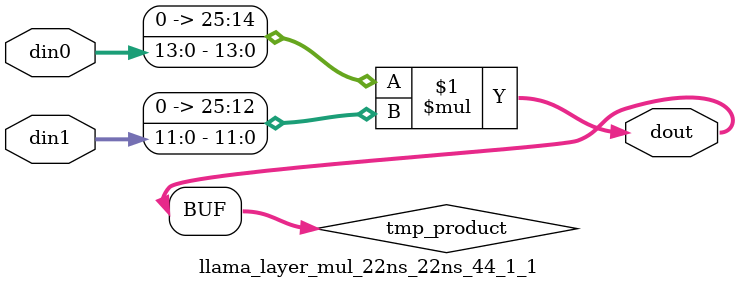
<source format=v>

`timescale 1 ns / 1 ps

 module llama_layer_mul_22ns_22ns_44_1_1(din0, din1, dout);
parameter ID = 1;
parameter NUM_STAGE = 0;
parameter din0_WIDTH = 14;
parameter din1_WIDTH = 12;
parameter dout_WIDTH = 26;

input [din0_WIDTH - 1 : 0] din0; 
input [din1_WIDTH - 1 : 0] din1; 
output [dout_WIDTH - 1 : 0] dout;

wire signed [dout_WIDTH - 1 : 0] tmp_product;
























assign tmp_product = $signed({1'b0, din0}) * $signed({1'b0, din1});











assign dout = tmp_product;





















endmodule

</source>
